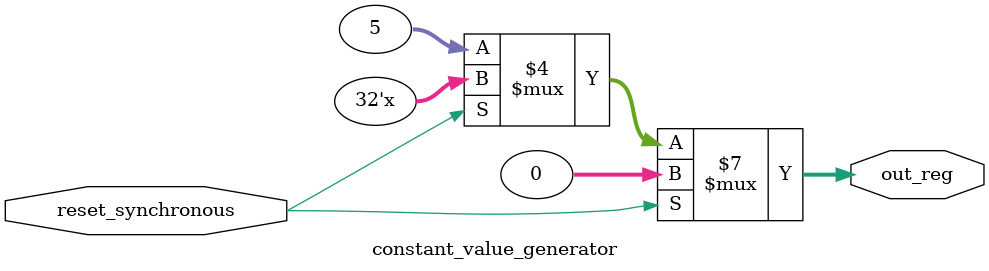
<source format=v>
module constant_value_generator #(parameter W = 32, value=5) 
	( 
	input reset_synchronous, // Reset == 1 --> Clear Register Content @ Next Rising Edge
	output reg [W-1:0] out_reg
	);
	
	always @(*) // Sequential Circuit
		begin
			if (reset_synchronous == 1)
				out_reg <= 0; // Reset at the next clock cycle
			else if (reset_synchronous == 0)
				out_reg <= value; // Load output at the next clock cycle with parallel input
		end
endmodule

</source>
